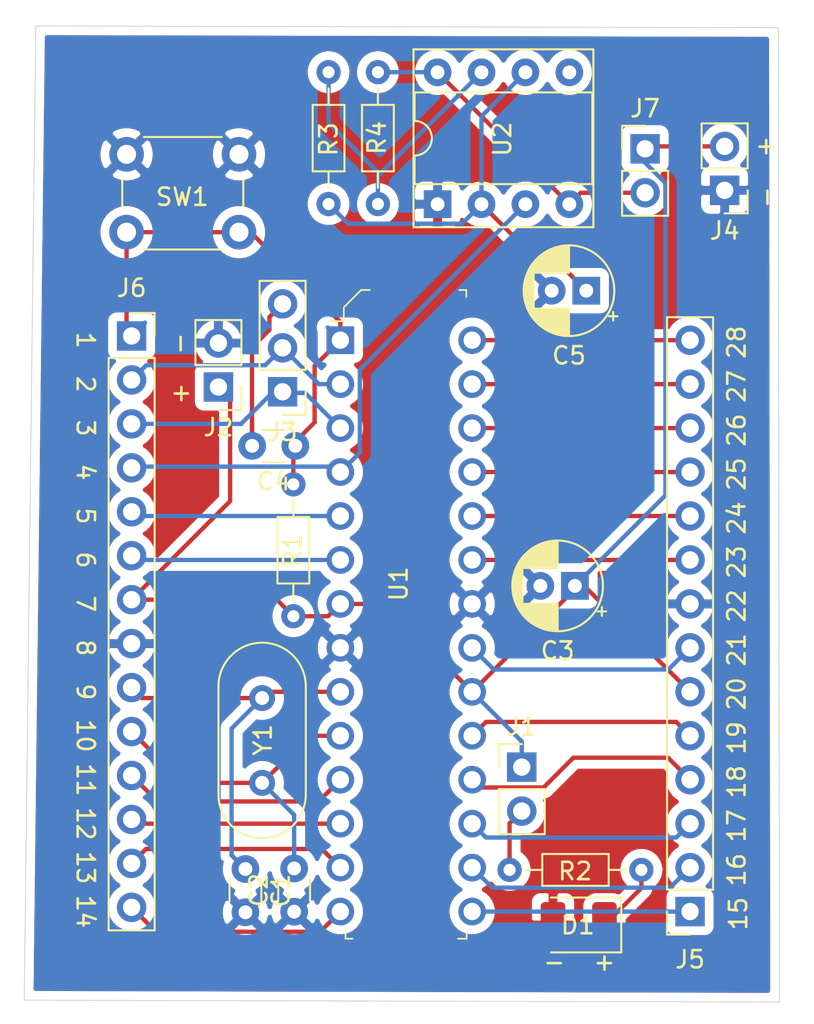
<source format=kicad_pcb>
(kicad_pcb (version 20171130) (host pcbnew "(5.1.6-0-10_14)")
  (layers (0 F.Cu signal) (31 B.Cu signal) (34 B.Paste user) (35 F.Paste user) (36 B.SilkS user) (37 F.SilkS user) (38 B.Mask user) (39 F.Mask user) (44 Edge.Cuts user))
  (net 0 "")
  (net 1 "Net-(J1-Pad2)")
  (net 2 GND)
  (net 3 VCC)
  (net 4 "Net-(C1-Pad1)")
  (net 5 "Net-(C2-Pad2)")
  (net 6 "Net-(D1-Pad1)")
  (net 7 "Net-(C4-Pad2)")
  (net 8 "Net-(C4-Pad1)")
  (net 9 "Net-(J3-Pad2)")
  (net 10 "Net-(J3-Pad1)")
  (net 11 "Net-(J5-Pad14)")
  (net 12 "Net-(J5-Pad13)")
  (net 13 "Net-(J5-Pad11)")
  (net 14 "Net-(J5-Pad10)")
  (net 15 "Net-(J5-Pad7)")
  (net 16 "Net-(J5-Pad5)")
  (net 17 "Net-(J5-Pad4)")
  (net 18 "Net-(J5-Pad3)")
  (net 19 "Net-(J5-Pad2)")
  (net 20 "Net-(J5-Pad1)")
  (net 21 "Net-(J6-Pad14)")
  (net 22 "Net-(J6-Pad13)")
  (net 23 "Net-(J6-Pad12)")
  (net 24 "Net-(J6-Pad11)")
  (net 25 "Net-(J6-Pad6)")
  (net 26 "Net-(J6-Pad5)")
  (net 27 "Net-(J6-Pad4)")
  (net 28 "Net-(J5-Pad9)")
  (net 29 "Net-(J5-Pad12)")
  (net 30 "Net-(C5-Pad1)")
  (net 31 "Net-(R3-Pad1)")
  (net 32 "Net-(J7-Pad2)")
  (module Package_DIP:DIP-8_W7.62mm_Socket (layer F.Cu) (at 150.4 65.8 90)
    (fp_text reference U2 (at 3.76174 3.74396 90) (layer F.SilkS))
    (fp_text value NE555DR)
    (pad 8 thru_hole oval (at 7.62 0 90) (size 1.6 1.6) (drill 0.8) (layers *.Cu *.Mask) (net 32 "Net-(J7-Pad2)"))
    (pad 4 thru_hole oval (at 0 7.62 90) (size 1.6 1.6) (drill 0.8) (layers *.Cu *.Mask) (net 32 "Net-(J7-Pad2)"))
    (pad 7 thru_hole oval (at 7.62 2.54 90) (size 1.6 1.6) (drill 0.8) (layers *.Cu *.Mask) (net 31 "Net-(R3-Pad1)"))
    (pad 3 thru_hole oval (at 0 5.08 90) (size 1.6 1.6) (drill 0.8) (layers *.Cu *.Mask) (net 27 "Net-(J6-Pad4)"))
    (pad 6 thru_hole oval (at 7.62 5.08 90) (size 1.6 1.6) (drill 0.8) (layers *.Cu *.Mask) (net 30 "Net-(C5-Pad1)"))
    (pad 2 thru_hole oval (at 0 2.54 90) (size 1.6 1.6) (drill 0.8) (layers *.Cu *.Mask) (net 30 "Net-(C5-Pad1)"))
    (pad 5 thru_hole oval (at 7.62 7.62 90) (size 1.6 1.6) (drill 0.8) (layers *.Cu *.Mask))
    (pad 1 thru_hole rect (at 0 0 90) (size 1.6 1.6) (drill 0.8) (layers *.Cu *.Mask) (net 2 GND))
  )
  (module Resistor_THT:R_Axial_DIN0204_L3.6mm_D1.6mm_P7.62mm_Horizontal (layer F.Cu) (at 146.9509 58.17216 270)
    (fp_text reference R4 (at 3.78968 0.05588 90) (layer F.SilkS))
    (fp_text value R)
    (pad 2 thru_hole oval (at 7.62 0 270) (size 1.4 1.4) (drill 0.7) (layers *.Cu *.Mask) (net 31 "Net-(R3-Pad1)"))
    (pad 1 thru_hole circle (at 0 0 270) (size 1.4 1.4) (drill 0.7) (layers *.Cu *.Mask) (net 32 "Net-(J7-Pad2)"))
  )
  (module Connector_PinHeader_2.54mm:PinHeader_1x02_P2.54mm_Vertical (layer F.Cu) (at 162.4 62.6)
    (fp_text reference J7 (at 0 -2.33) (layer F.SilkS))
    (fp_text value 22-23-2021)
    (pad 2 thru_hole oval (at 0 2.54) (size 1.7 1.7) (drill 1) (layers *.Cu *.Mask) (net 32 "Net-(J7-Pad2)"))
    (pad 1 thru_hole rect (at 0 0) (size 1.7 1.7) (drill 1) (layers *.Cu *.Mask) (net 3 VCC))
  )
  (module Resistor_THT:R_Axial_DIN0204_L3.6mm_D1.6mm_P7.62mm_Horizontal (layer F.Cu) (at 144.09848 58.17216 270)
    (fp_text reference R3 (at 3.8735 0.00254 90) (layer F.SilkS))
    (fp_text value R)
    (pad 2 thru_hole oval (at 7.62 0 270) (size 1.4 1.4) (drill 0.7) (layers *.Cu *.Mask) (net 30 "Net-(C5-Pad1)"))
    (pad 1 thru_hole circle (at 0 0 270) (size 1.4 1.4) (drill 0.7) (layers *.Cu *.Mask) (net 31 "Net-(R3-Pad1)"))
  )
  (module Capacitor_THT:CP_Radial_D5.0mm_P2.00mm (layer F.Cu) (at 159 70.8 180)
    (fp_text reference C5 (at 1 -3.75) (layer F.SilkS))
    (fp_text value CP)
    (pad 2 thru_hole circle (at 2 0 180) (size 1.6 1.6) (drill 0.8) (layers *.Cu *.Mask) (net 2 GND))
    (pad 1 thru_hole rect (at 0 0 180) (size 1.6 1.6) (drill 0.8) (layers *.Cu *.Mask) (net 30 "Net-(C5-Pad1)"))
  )
  (module Connector_PinSocket_2.54mm:PinSocket_1x14_P2.54mm_Vertical (layer F.Cu) (at 165 106.68 180)
    (fp_text reference J5 (at 0 -2.77) (layer F.SilkS))
    (fp_text value Conn_01x14_Male)
    (pad 14 thru_hole oval (at 0 33.02 180) (size 1.7 1.7) (drill 1) (layers *.Cu *.Mask) (net 11 "Net-(J5-Pad14)"))
    (pad 13 thru_hole oval (at 0 30.48 180) (size 1.7 1.7) (drill 1) (layers *.Cu *.Mask) (net 12 "Net-(J5-Pad13)"))
    (pad 12 thru_hole oval (at 0 27.94 180) (size 1.7 1.7) (drill 1) (layers *.Cu *.Mask) (net 29 "Net-(J5-Pad12)"))
    (pad 11 thru_hole oval (at 0 25.4 180) (size 1.7 1.7) (drill 1) (layers *.Cu *.Mask) (net 13 "Net-(J5-Pad11)"))
    (pad 10 thru_hole oval (at 0 22.86 180) (size 1.7 1.7) (drill 1) (layers *.Cu *.Mask) (net 14 "Net-(J5-Pad10)"))
    (pad 9 thru_hole oval (at 0 20.32 180) (size 1.7 1.7) (drill 1) (layers *.Cu *.Mask) (net 28 "Net-(J5-Pad9)"))
    (pad 8 thru_hole oval (at 0 17.78 180) (size 1.7 1.7) (drill 1) (layers *.Cu *.Mask) (net 2 GND))
    (pad 7 thru_hole oval (at 0 15.24 180) (size 1.7 1.7) (drill 1) (layers *.Cu *.Mask) (net 15 "Net-(J5-Pad7)"))
    (pad 6 thru_hole oval (at 0 12.7 180) (size 1.7 1.7) (drill 1) (layers *.Cu *.Mask) (net 3 VCC))
    (pad 5 thru_hole oval (at 0 10.16 180) (size 1.7 1.7) (drill 1) (layers *.Cu *.Mask) (net 16 "Net-(J5-Pad5)"))
    (pad 4 thru_hole oval (at 0 7.62 180) (size 1.7 1.7) (drill 1) (layers *.Cu *.Mask) (net 17 "Net-(J5-Pad4)"))
    (pad 3 thru_hole oval (at 0 5.08 180) (size 1.7 1.7) (drill 1) (layers *.Cu *.Mask) (net 18 "Net-(J5-Pad3)"))
    (pad 2 thru_hole oval (at 0 2.54 180) (size 1.7 1.7) (drill 1) (layers *.Cu *.Mask) (net 19 "Net-(J5-Pad2)"))
    (pad 1 thru_hole rect (at 0 0 180) (size 1.7 1.7) (drill 1) (layers *.Cu *.Mask) (net 20 "Net-(J5-Pad1)"))
  )
  (module Connector_PinSocket_2.54mm:PinSocket_1x14_P2.54mm_Vertical (layer F.Cu) (at 132.70992 73.41616)
    (fp_text reference J6 (at 0 -2.77) (layer F.SilkS))
    (fp_text value Conn_01x14_Male)
    (pad 14 thru_hole oval (at 0 33.02) (size 1.7 1.7) (drill 1) (layers *.Cu *.Mask) (net 21 "Net-(J6-Pad14)"))
    (pad 13 thru_hole oval (at 0 30.48) (size 1.7 1.7) (drill 1) (layers *.Cu *.Mask) (net 22 "Net-(J6-Pad13)"))
    (pad 12 thru_hole oval (at 0 27.94) (size 1.7 1.7) (drill 1) (layers *.Cu *.Mask) (net 23 "Net-(J6-Pad12)"))
    (pad 11 thru_hole oval (at 0 25.4) (size 1.7 1.7) (drill 1) (layers *.Cu *.Mask) (net 24 "Net-(J6-Pad11)"))
    (pad 10 thru_hole oval (at 0 22.86) (size 1.7 1.7) (drill 1) (layers *.Cu *.Mask) (net 5 "Net-(C2-Pad2)"))
    (pad 9 thru_hole oval (at 0 20.32) (size 1.7 1.7) (drill 1) (layers *.Cu *.Mask) (net 4 "Net-(C1-Pad1)"))
    (pad 8 thru_hole oval (at 0 17.78) (size 1.7 1.7) (drill 1) (layers *.Cu *.Mask) (net 2 GND))
    (pad 7 thru_hole oval (at 0 15.24) (size 1.7 1.7) (drill 1) (layers *.Cu *.Mask) (net 3 VCC))
    (pad 6 thru_hole oval (at 0 12.7) (size 1.7 1.7) (drill 1) (layers *.Cu *.Mask) (net 25 "Net-(J6-Pad6)"))
    (pad 5 thru_hole oval (at 0 10.16) (size 1.7 1.7) (drill 1) (layers *.Cu *.Mask) (net 26 "Net-(J6-Pad5)"))
    (pad 4 thru_hole oval (at 0 7.62) (size 1.7 1.7) (drill 1) (layers *.Cu *.Mask) (net 27 "Net-(J6-Pad4)"))
    (pad 3 thru_hole oval (at 0 5.08) (size 1.7 1.7) (drill 1) (layers *.Cu *.Mask) (net 10 "Net-(J3-Pad1)"))
    (pad 2 thru_hole oval (at 0 2.54) (size 1.7 1.7) (drill 1) (layers *.Cu *.Mask) (net 9 "Net-(J3-Pad2)"))
    (pad 1 thru_hole rect (at 0 0) (size 1.7 1.7) (drill 1) (layers *.Cu *.Mask) (net 8 "Net-(C4-Pad1)"))
  )
  (module Connector_PinHeader_2.54mm:PinHeader_1x03_P2.54mm_Vertical (layer F.Cu) (at 141.4399 76.64196 180)
    (fp_text reference J3 (at 0 -2.33) (layer F.SilkS))
    (fp_text value 640456-3)
    (pad 3 thru_hole oval (at 0 5.08 180) (size 1.7 1.7) (drill 1) (layers *.Cu *.Mask) (net 7 "Net-(C4-Pad2)"))
    (pad 2 thru_hole oval (at 0 2.54 180) (size 1.7 1.7) (drill 1) (layers *.Cu *.Mask) (net 9 "Net-(J3-Pad2)"))
    (pad 1 thru_hole rect (at 0 0 180) (size 1.7 1.7) (drill 1) (layers *.Cu *.Mask) (net 10 "Net-(J3-Pad1)"))
  )
  (module Connector_PinHeader_2.54mm:PinHeader_1x02_P2.54mm_Vertical (layer F.Cu) (at 167 65 180)
    (fp_text reference J4 (at 0 -2.33) (layer F.SilkS))
    (fp_text value 22-23-2021)
    (pad 2 thru_hole oval (at 0 2.54 180) (size 1.7 1.7) (drill 1) (layers *.Cu *.Mask) (net 3 VCC))
    (pad 1 thru_hole rect (at 0 0 180) (size 1.7 1.7) (drill 1) (layers *.Cu *.Mask) (net 2 GND))
  )
  (module Connector_PinHeader_2.54mm:PinHeader_1x02_P2.54mm_Vertical (layer F.Cu) (at 137.72896 76.3651 180)
    (fp_text reference J2 (at 0 -2.33) (layer F.SilkS))
    (fp_text value 22-23-2021)
    (pad 2 thru_hole oval (at 0 2.54 180) (size 1.7 1.7) (drill 1) (layers *.Cu *.Mask) (net 2 GND))
    (pad 1 thru_hole rect (at 0 0 180) (size 1.7 1.7) (drill 1) (layers *.Cu *.Mask) (net 3 VCC))
  )
  (module Connector_PinHeader_2.54mm:PinHeader_1x02_P2.54mm_Vertical (layer F.Cu) (at 155.26766 98.33356)
    (fp_text reference J1 (at 0 -2.33) (layer F.SilkS))
    (fp_text value 22-23-2021)
    (pad 2 thru_hole oval (at 0 2.54) (size 1.7 1.7) (drill 1) (layers *.Cu *.Mask) (net 1 "Net-(J1-Pad2)"))
    (pad 1 thru_hole rect (at 0 0) (size 1.7 1.7) (drill 1) (layers *.Cu *.Mask) (net 3 VCC))
  )
  (module digikey-footprints:DIP-28_W7.62mm (layer F.Cu) (at 144.78 73.66)
    (fp_text reference U1 (at 3.37312 14.08176 90) (layer F.SilkS))
    (fp_text value ATMEGA328-PU)
    (pad 28 thru_hole circle (at 7.62 0) (size 1.6 1.6) (drill 1) (layers *.Cu *.Mask) (net 11 "Net-(J5-Pad14)"))
    (pad 27 thru_hole circle (at 7.62 2.54) (size 1.6 1.6) (drill 1) (layers *.Cu *.Mask) (net 12 "Net-(J5-Pad13)"))
    (pad 26 thru_hole circle (at 7.62 5.08) (size 1.6 1.6) (drill 1) (layers *.Cu *.Mask) (net 29 "Net-(J5-Pad12)"))
    (pad 25 thru_hole circle (at 7.62 7.62) (size 1.6 1.6) (drill 1) (layers *.Cu *.Mask) (net 13 "Net-(J5-Pad11)"))
    (pad 24 thru_hole circle (at 7.62 10.16) (size 1.6 1.6) (drill 1) (layers *.Cu *.Mask) (net 14 "Net-(J5-Pad10)"))
    (pad 23 thru_hole circle (at 7.62 12.7) (size 1.6 1.6) (drill 1) (layers *.Cu *.Mask) (net 28 "Net-(J5-Pad9)"))
    (pad 22 thru_hole circle (at 7.62 15.24) (size 1.6 1.6) (drill 1) (layers *.Cu *.Mask) (net 2 GND))
    (pad 21 thru_hole circle (at 7.62 17.78) (size 1.6 1.6) (drill 1) (layers *.Cu *.Mask) (net 15 "Net-(J5-Pad7)"))
    (pad 20 thru_hole circle (at 7.62 20.32) (size 1.6 1.6) (drill 1) (layers *.Cu *.Mask) (net 3 VCC))
    (pad 19 thru_hole circle (at 7.62 22.86) (size 1.6 1.6) (drill 1) (layers *.Cu *.Mask) (net 16 "Net-(J5-Pad5)"))
    (pad 18 thru_hole circle (at 7.62 25.4) (size 1.6 1.6) (drill 1) (layers *.Cu *.Mask) (net 17 "Net-(J5-Pad4)"))
    (pad 17 thru_hole circle (at 7.62 27.94) (size 1.6 1.6) (drill 1) (layers *.Cu *.Mask) (net 18 "Net-(J5-Pad3)"))
    (pad 16 thru_hole circle (at 7.62 30.48) (size 1.6 1.6) (drill 1) (layers *.Cu *.Mask) (net 19 "Net-(J5-Pad2)"))
    (pad 15 thru_hole circle (at 7.62 33.02) (size 1.6 1.6) (drill 1) (layers *.Cu *.Mask) (net 20 "Net-(J5-Pad1)"))
    (pad 14 thru_hole circle (at 0 33.02) (size 1.6 1.6) (drill 1) (layers *.Cu *.Mask) (net 21 "Net-(J6-Pad14)"))
    (pad 13 thru_hole circle (at 0 30.48) (size 1.6 1.6) (drill 1) (layers *.Cu *.Mask) (net 22 "Net-(J6-Pad13)"))
    (pad 12 thru_hole circle (at 0 27.94) (size 1.6 1.6) (drill 1) (layers *.Cu *.Mask) (net 23 "Net-(J6-Pad12)"))
    (pad 11 thru_hole circle (at 0 25.4) (size 1.6 1.6) (drill 1) (layers *.Cu *.Mask) (net 24 "Net-(J6-Pad11)"))
    (pad 10 thru_hole circle (at 0 22.86) (size 1.6 1.6) (drill 1) (layers *.Cu *.Mask) (net 5 "Net-(C2-Pad2)"))
    (pad 9 thru_hole circle (at 0 20.32) (size 1.6 1.6) (drill 1) (layers *.Cu *.Mask) (net 4 "Net-(C1-Pad1)"))
    (pad 8 thru_hole circle (at 0 17.78) (size 1.6 1.6) (drill 1) (layers *.Cu *.Mask) (net 2 GND))
    (pad 7 thru_hole circle (at 0 15.24) (size 1.6 1.6) (drill 1) (layers *.Cu *.Mask) (net 3 VCC))
    (pad 6 thru_hole circle (at 0 12.7) (size 1.6 1.6) (drill 1) (layers *.Cu *.Mask) (net 25 "Net-(J6-Pad6)"))
    (pad 5 thru_hole circle (at 0 10.16) (size 1.6 1.6) (drill 1) (layers *.Cu *.Mask) (net 26 "Net-(J6-Pad5)"))
    (pad 4 thru_hole circle (at 0 7.62) (size 1.6 1.6) (drill 1) (layers *.Cu *.Mask) (net 27 "Net-(J6-Pad4)"))
    (pad 3 thru_hole circle (at 0 5.08) (size 1.6 1.6) (drill 1) (layers *.Cu *.Mask) (net 10 "Net-(J3-Pad1)"))
    (pad 2 thru_hole circle (at 0 2.54) (size 1.6 1.6) (drill 1) (layers *.Cu *.Mask) (net 9 "Net-(J3-Pad2)"))
    (pad 1 thru_hole rect (at 0 0) (size 1.6 1.6) (drill 1) (layers *.Cu *.Mask) (net 8 "Net-(C4-Pad1)"))
  )
  (module Button_Switch_THT:SW_PUSH_6mm_H7.3mm (layer F.Cu) (at 132.41782 62.91834)
    (fp_text reference SW1 (at 3.21818 2.4638) (layer F.SilkS))
    (fp_text value SW_Push)
    (pad 1 thru_hole circle (at 6.5 0 90) (size 2 2) (drill 1.1) (layers *.Cu *.Mask) (net 2 GND))
    (pad 2 thru_hole circle (at 6.5 4.5 90) (size 2 2) (drill 1.1) (layers *.Cu *.Mask) (net 8 "Net-(C4-Pad1)"))
    (pad 1 thru_hole circle (at 0 0 90) (size 2 2) (drill 1.1) (layers *.Cu *.Mask) (net 2 GND))
    (pad 2 thru_hole circle (at 0 4.5 90) (size 2 2) (drill 1.1) (layers *.Cu *.Mask) (net 8 "Net-(C4-Pad1)"))
  )
  (module Capacitor_THT:C_Disc_D3.0mm_W1.6mm_P2.50mm (layer F.Cu) (at 142.17904 79.76616 180)
    (fp_text reference C4 (at 1.25 -2.05) (layer F.SilkS))
    (fp_text value C)
    (pad 2 thru_hole circle (at 2.5 0 180) (size 1.6 1.6) (drill 0.8) (layers *.Cu *.Mask) (net 7 "Net-(C4-Pad2)"))
    (pad 1 thru_hole circle (at 0 0 180) (size 1.6 1.6) (drill 0.8) (layers *.Cu *.Mask) (net 8 "Net-(C4-Pad1)"))
  )
  (module Resistor_THT:R_Axial_DIN0204_L3.6mm_D1.6mm_P7.62mm_Horizontal (layer F.Cu) (at 154.56408 104.27208)
    (fp_text reference R2 (at 3.78968 0.0762) (layer F.SilkS))
    (fp_text value R)
    (pad 2 thru_hole oval (at 7.62 0) (size 1.4 1.4) (drill 0.7) (layers *.Cu *.Mask) (net 6 "Net-(D1-Pad1)"))
    (pad 1 thru_hole circle (at 0 0) (size 1.4 1.4) (drill 0.7) (layers *.Cu *.Mask) (net 1 "Net-(J1-Pad2)"))
  )
  (module LED_SMD:LED_1210_3225Metric_Pad1.42x2.65mm_HandSolder (layer F.Cu) (at 158.56298 107.4547 180)
    (fp_text reference D1 (at 0.05334 -0.02286) (layer F.SilkS))
    (fp_text value LED)
    (pad 2 smd roundrect (at 1.4875 0 180) (size 1.425 2.65) (layers F.Cu F.Paste F.Mask) (roundrect_rratio 0.175439) (net 2 GND))
    (pad 1 smd roundrect (at -1.4875 0 180) (size 1.425 2.65) (layers F.Cu F.Paste F.Mask) (roundrect_rratio 0.175439) (net 6 "Net-(D1-Pad1)"))
  )
  (module Crystal:Crystal_HC18-U_Vertical (layer F.Cu) (at 140.25626 94.34068 270)
    (fp_text reference Y1 (at 2.41808 -0.04064 90) (layer F.SilkS))
    (fp_text value Crystal)
    (pad 2 thru_hole circle (at 4.9 0 270) (size 1.5 1.5) (drill 0.8) (layers *.Cu *.Mask) (net 5 "Net-(C2-Pad2)"))
    (pad 1 thru_hole circle (at 0 0 270) (size 1.5 1.5) (drill 0.8) (layers *.Cu *.Mask) (net 4 "Net-(C1-Pad1)"))
  )
  (module Resistor_THT:R_Axial_DIN0204_L3.6mm_D1.6mm_P7.62mm_Horizontal (layer F.Cu) (at 142.0622 89.6112 90)
    (fp_text reference R1 (at 3.7973 -0.04826 90) (layer F.SilkS))
    (fp_text value R)
    (pad 2 thru_hole oval (at 7.62 0 90) (size 1.4 1.4) (drill 0.7) (layers *.Cu *.Mask) (net 8 "Net-(C4-Pad1)"))
    (pad 1 thru_hole circle (at 0 0 90) (size 1.4 1.4) (drill 0.7) (layers *.Cu *.Mask) (net 3 VCC))
  )
  (module Capacitor_THT:CP_Radial_D5.0mm_P2.00mm (layer F.Cu) (at 158.3436 87.8586 180)
    (fp_text reference C3 (at 1 -3.75) (layer F.SilkS))
    (fp_text value CP)
    (pad 2 thru_hole circle (at 2 0 180) (size 1.6 1.6) (drill 0.8) (layers *.Cu *.Mask) (net 2 GND))
    (pad 1 thru_hole rect (at 0 0 180) (size 1.6 1.6) (drill 0.8) (layers *.Cu *.Mask) (net 3 VCC))
  )
  (module Capacitor_THT:C_Disc_D3.0mm_W1.6mm_P2.50mm (layer F.Cu) (at 142.10792 106.68762 90)
    (fp_text reference C2 (at 1.25 -2.05 90) (layer F.SilkS))
    (fp_text value C)
    (pad 2 thru_hole circle (at 2.5 0 90) (size 1.6 1.6) (drill 0.8) (layers *.Cu *.Mask) (net 5 "Net-(C2-Pad2)"))
    (pad 1 thru_hole circle (at 0 0 90) (size 1.6 1.6) (drill 0.8) (layers *.Cu *.Mask) (net 2 GND))
  )
  (module Capacitor_THT:C_Disc_D3.0mm_W1.6mm_P2.50mm (layer F.Cu) (at 139.29106 104.22128 270)
    (fp_text reference C1 (at 1.25 -2.05 90) (layer F.SilkS))
    (fp_text value C)
    (pad 2 thru_hole circle (at 2.5 0 270) (size 1.6 1.6) (drill 0.8) (layers *.Cu *.Mask) (net 2 GND))
    (pad 1 thru_hole circle (at 0 0 270) (size 1.6 1.6) (drill 0.8) (layers *.Cu *.Mask) (net 4 "Net-(C1-Pad1)"))
  )
  (gr_line (start 126.50216 111.80064) (end 127.17018 55.5) (layer Edge.Cuts) (width 0.05))
  (gr_line (start 170.16476 111.90986) (end 126.50216 111.80064) (layer Edge.Cuts) (width 0.05))
  (gr_line (start 170.1 55.6) (end 170.16476 111.90986) (layer Edge.Cuts) (width 0.05))
  (gr_line (start 127.17018 55.5) (end 170.1 55.6) (layer Edge.Cuts) (width 0.05))
  (gr_text - (at 157.14472 109.58576) (layer F.SilkS) (effects (font (size 1 1))))
  (gr_text + (at 160.05048 109.58576) (layer F.SilkS) (effects (font (size 1 1))))
  (gr_text - (at 135.4709 73.85304 90) (layer F.SilkS) (effects (font (size 1 1))))
  (gr_text + (at 135.5852 76.66736) (layer F.SilkS) (effects (font (size 1 1))))
  (gr_text 13 (at 130.048 104.14 270) (layer F.SilkS) (effects (font (size 1 1))))
  (gr_text 12 (at 130.048 101.6 270) (layer F.SilkS) (effects (font (size 1 1))))
  (gr_text 11 (at 130.048 99.06 270) (layer F.SilkS) (effects (font (size 1 1))))
  (gr_text 10 (at 130.048 96.52 270) (layer F.SilkS) (effects (font (size 1 1))))
  (gr_text 9 (at 130.048 93.98 270) (layer F.SilkS) (effects (font (size 1 1))))
  (gr_text 8 (at 130.048 91.44 270) (layer F.SilkS) (effects (font (size 1 1))))
  (gr_text 7 (at 130.048 88.9 270) (layer F.SilkS) (effects (font (size 1 1))))
  (gr_text 6 (at 130.048 86.36 270) (layer F.SilkS) (effects (font (size 1 1))))
  (gr_text 5 (at 130.048 83.82 270) (layer F.SilkS) (effects (font (size 1 1))))
  (gr_text 4 (at 130.048 81.28 270) (layer F.SilkS) (effects (font (size 1 1))))
  (gr_text 3 (at 130.048 78.74 270) (layer F.SilkS) (effects (font (size 1 1))))
  (gr_text 2 (at 130.048 76.2 270) (layer F.SilkS) (effects (font (size 1 1))))
  (gr_text 1 (at 130.048 73.66 270) (layer F.SilkS) (effects (font (size 1 1))))
  (gr_text 28 (at 167.69334 73.77938 90) (layer F.SilkS) (effects (font (size 1 1))))
  (gr_text 27 (at 167.69334 76.31938 90) (layer F.SilkS) (effects (font (size 1 1))))
  (gr_text 26 (at 167.69334 78.85938 90) (layer F.SilkS) (effects (font (size 1 1))))
  (gr_text 25 (at 167.69334 81.39938 90) (layer F.SilkS) (effects (font (size 1 1))))
  (gr_text 24 (at 167.69334 83.93938 90) (layer F.SilkS) (effects (font (size 1 1))))
  (gr_text 23 (at 167.69334 86.47938 90) (layer F.SilkS) (effects (font (size 1 1))))
  (gr_text 22 (at 167.69334 89.01938 90) (layer F.SilkS) (effects (font (size 1 1))))
  (gr_text 21 (at 167.69334 91.55938 90) (layer F.SilkS) (effects (font (size 1 1))))
  (gr_text 20 (at 167.69334 94.09938 90) (layer F.SilkS) (effects (font (size 1 1))))
  (gr_text 19 (at 167.69334 96.63938 90) (layer F.SilkS) (effects (font (size 1 1))))
  (gr_text 18 (at 167.69334 99.17938 90) (layer F.SilkS) (effects (font (size 1 1))))
  (gr_text 17 (at 167.69334 101.71938 90) (layer F.SilkS) (effects (font (size 1 1))))
  (gr_text 16 (at 167.69334 104.25938 90) (layer F.SilkS) (effects (font (size 1 1))))
  (gr_text 15 (at 167.78986 106.79938 90) (layer F.SilkS) (effects (font (size 1 1))))
  (gr_text 14 (at 130.048 106.68 270) (layer F.SilkS) (effects (font (size 1 1))))
  (gr_text - (at 169.4 65.4 90) (layer F.SilkS) (effects (font (size 1 1))))
  (gr_text + (at 169.4 62.4) (layer F.SilkS) (effects (font (size 1 1))))
  (segment (start 154.56408 101.57714) (end 155.26766 100.87356) (width 0.25) (layer F.Cu) (net 1))
  (segment (start 154.56408 104.27208) (end 154.56408 101.57714) (width 0.25) (layer F.Cu) (net 1))
  (segment (start 144.78 88.9) (end 149.86 88.9) (width 0.25) (layer F.Cu) (net 3))
  (segment (start 149.86 91.44) (end 149.86 88.9) (width 0.25) (layer F.Cu) (net 3))
  (segment (start 152.4 93.98) (end 149.86 91.44) (width 0.25) (layer F.Cu) (net 3))
  (segment (start 152.79624 93.58376) (end 152.4 93.98) (width 0.25) (layer F.Cu) (net 3))
  (segment (start 138.4046 82.96148) (end 132.70992 88.65616) (width 0.25) (layer F.Cu) (net 3))
  (segment (start 141.10716 88.65616) (end 142.0622 89.6112) (width 0.25) (layer F.Cu) (net 3))
  (segment (start 132.70992 88.65616) (end 141.10716 88.65616) (width 0.25) (layer F.Cu) (net 3))
  (segment (start 144.0688 89.6112) (end 144.78 88.9) (width 0.25) (layer F.Cu) (net 3))
  (segment (start 142.0622 89.6112) (end 144.0688 89.6112) (width 0.25) (layer F.Cu) (net 3))
  (segment (start 158.3436 88.0364) (end 152.4 93.98) (width 0.25) (layer F.Cu) (net 3))
  (segment (start 158.3436 87.8586) (end 158.3436 88.0364) (width 0.25) (layer F.Cu) (net 3))
  (segment (start 158.3436 87.8586) (end 158.3436 88.39708) (width 0.25) (layer F.Cu) (net 3))
  (segment (start 155.26766 96.84766) (end 155.26766 98.33356) (width 0.25) (layer B.Cu) (net 3))
  (segment (start 152.4 93.98) (end 155.26766 96.84766) (width 0.25) (layer B.Cu) (net 3))
  (segment (start 162.46856 83.73364) (end 158.3436 87.8586) (width 0.25) (layer B.Cu) (net 3))
  (segment (start 138.4046 77.04074) (end 137.72896 76.3651) (width 0.25) (layer F.Cu) (net 3))
  (segment (start 138.4046 82.96148) (end 138.4046 77.04074) (width 0.25) (layer F.Cu) (net 3))
  (segment (start 158.8786 87.8586) (end 165 93.98) (width 0.25) (layer F.Cu) (net 3))
  (segment (start 158.3436 87.8586) (end 158.8786 87.8586) (width 0.25) (layer F.Cu) (net 3))
  (segment (start 162.54 62.46) (end 162.4 62.6) (width 0.25) (layer F.Cu) (net 3))
  (segment (start 167 62.46) (end 162.54 62.46) (width 0.25) (layer F.Cu) (net 3))
  (segment (start 163.575001 82.627199) (end 162.46856 83.73364) (width 0.25) (layer B.Cu) (net 3))
  (segment (start 163.575001 64.575999) (end 163.575001 82.627199) (width 0.25) (layer B.Cu) (net 3))
  (segment (start 162.4 63.400998) (end 163.575001 64.575999) (width 0.25) (layer B.Cu) (net 3))
  (segment (start 162.4 62.6) (end 162.4 63.400998) (width 0.25) (layer B.Cu) (net 3))
  (segment (start 140.61694 93.98) (end 140.25626 94.34068) (width 0.25) (layer F.Cu) (net 4))
  (segment (start 144.78 93.98) (end 140.61694 93.98) (width 0.25) (layer F.Cu) (net 4))
  (segment (start 139.181259 104.111479) (end 139.29106 104.22128) (width 0.25) (layer F.Cu) (net 4))
  (segment (start 133.31444 94.34068) (end 132.70992 93.73616) (width 0.25) (layer F.Cu) (net 4))
  (segment (start 140.25626 94.34068) (end 133.31444 94.34068) (width 0.25) (layer F.Cu) (net 4))
  (segment (start 138.491061 96.105879) (end 140.25626 94.34068) (width 0.25) (layer B.Cu) (net 4))
  (segment (start 138.491061 103.421281) (end 138.491061 96.105879) (width 0.25) (layer B.Cu) (net 4))
  (segment (start 139.29106 104.22128) (end 138.491061 103.421281) (width 0.25) (layer B.Cu) (net 4))
  (segment (start 142.97694 96.52) (end 140.25626 99.24068) (width 0.25) (layer F.Cu) (net 5))
  (segment (start 144.78 96.52) (end 142.97694 96.52) (width 0.25) (layer F.Cu) (net 5))
  (segment (start 135.67444 99.24068) (end 132.70992 96.27616) (width 0.25) (layer F.Cu) (net 5))
  (segment (start 140.25626 99.24068) (end 135.67444 99.24068) (width 0.25) (layer F.Cu) (net 5))
  (segment (start 142.10792 101.09234) (end 140.25626 99.24068) (width 0.25) (layer B.Cu) (net 5))
  (segment (start 142.10792 104.18762) (end 142.10792 101.09234) (width 0.25) (layer B.Cu) (net 5))
  (segment (start 162.18408 105.3211) (end 160.05048 107.4547) (width 0.25) (layer F.Cu) (net 6))
  (segment (start 162.18408 104.27208) (end 162.18408 105.3211) (width 0.25) (layer F.Cu) (net 6))
  (segment (start 140.67917 72.32269) (end 141.4399 71.56196) (width 0.25) (layer F.Cu) (net 7))
  (segment (start 140.67917 73.06183) (end 140.67917 72.32269) (width 0.25) (layer F.Cu) (net 7))
  (segment (start 139.67142 74.06958) (end 140.67917 73.06183) (width 0.25) (layer F.Cu) (net 7))
  (segment (start 139.67142 79.75854) (end 139.67904 79.76616) (width 0.25) (layer F.Cu) (net 7))
  (segment (start 139.67142 79.52994) (end 139.67142 78.40154) (width 0.25) (layer F.Cu) (net 7))
  (segment (start 139.67142 78.40154) (end 139.67142 79.75854) (width 0.25) (layer F.Cu) (net 7))
  (segment (start 139.67142 78.40154) (end 139.67142 74.06958) (width 0.25) (layer F.Cu) (net 7))
  (segment (start 142.0622 79.63916) (end 142.17142 79.52994) (width 0.25) (layer F.Cu) (net 8))
  (segment (start 142.0622 81.9912) (end 142.0622 79.63916) (width 0.25) (layer F.Cu) (net 8))
  (segment (start 143.290541 75.149459) (end 144.78 73.66) (width 0.25) (layer F.Cu) (net 8))
  (segment (start 143.290541 78.410819) (end 143.290541 75.149459) (width 0.25) (layer F.Cu) (net 8))
  (segment (start 142.17142 79.52994) (end 143.290541 78.410819) (width 0.25) (layer F.Cu) (net 8))
  (segment (start 144.110459 72.990459) (end 144.78 73.66) (width 0.25) (layer B.Cu) (net 8))
  (segment (start 132.70992 73.41616) (end 133.482529 72.643551) (width 0.25) (layer B.Cu) (net 8))
  (segment (start 133.475981 72.650099) (end 132.70992 73.41616) (width 0.25) (layer B.Cu) (net 8))
  (segment (start 144.78 73.66) (end 144.046959 72.926959) (width 0.25) (layer B.Cu) (net 8))
  (segment (start 139.58834 67.41834) (end 138.91782 67.41834) (width 0.25) (layer F.Cu) (net 8))
  (segment (start 144.78 72.61) (end 139.58834 67.41834) (width 0.25) (layer F.Cu) (net 8))
  (segment (start 144.78 73.66) (end 144.78 72.61) (width 0.25) (layer F.Cu) (net 8))
  (segment (start 138.91782 67.41834) (end 132.41782 67.41834) (width 0.25) (layer F.Cu) (net 8))
  (segment (start 132.41782 73.12406) (end 132.70992 73.41616) (width 0.25) (layer F.Cu) (net 8))
  (segment (start 132.41782 67.41834) (end 132.41782 73.12406) (width 0.25) (layer F.Cu) (net 8))
  (segment (start 141.5034 74.16546) (end 141.4399 74.10196) (width 0.25) (layer B.Cu) (net 9))
  (segment (start 143.53794 76.2) (end 141.4399 74.10196) (width 0.25) (layer B.Cu) (net 9))
  (segment (start 144.78 76.2) (end 143.53794 76.2) (width 0.25) (layer B.Cu) (net 9))
  (segment (start 140.435699 75.106161) (end 141.4399 74.10196) (width 0.25) (layer B.Cu) (net 9))
  (segment (start 133.559919 75.106161) (end 140.435699 75.106161) (width 0.25) (layer B.Cu) (net 9))
  (segment (start 132.70992 75.95616) (end 133.559919 75.106161) (width 0.25) (layer B.Cu) (net 9))
  (segment (start 140.830898 76.70546) (end 142.11554 76.70546) (width 0.25) (layer B.Cu) (net 10))
  (segment (start 139.040198 78.49616) (end 140.830898 76.70546) (width 0.25) (layer B.Cu) (net 10))
  (segment (start 132.70992 78.49616) (end 139.040198 78.49616) (width 0.25) (layer B.Cu) (net 10))
  (segment (start 142.74546 76.70546) (end 144.78 78.74) (width 0.25) (layer B.Cu) (net 10))
  (segment (start 142.11554 76.70546) (end 142.74546 76.70546) (width 0.25) (layer B.Cu) (net 10))
  (segment (start 141.5034 76.70546) (end 141.4399 76.64196) (width 0.25) (layer B.Cu) (net 10))
  (segment (start 142.74546 76.70546) (end 141.5034 76.70546) (width 0.25) (layer B.Cu) (net 10))
  (segment (start 152.4 73.66) (end 165 73.66) (width 0.25) (layer F.Cu) (net 11))
  (segment (start 165 76.2) (end 152.4 76.2) (width 0.25) (layer F.Cu) (net 12))
  (segment (start 152.4 81.28) (end 165 81.28) (width 0.25) (layer F.Cu) (net 13))
  (segment (start 165 83.82) (end 152.4 83.82) (width 0.25) (layer F.Cu) (net 14))
  (segment (start 163.748799 92.691201) (end 165 91.44) (width 0.25) (layer B.Cu) (net 15))
  (segment (start 153.651201 92.691201) (end 163.748799 92.691201) (width 0.25) (layer B.Cu) (net 15))
  (segment (start 152.4 91.44) (end 153.651201 92.691201) (width 0.25) (layer B.Cu) (net 15))
  (segment (start 164.200001 95.720001) (end 165 96.52) (width 0.25) (layer F.Cu) (net 16))
  (segment (start 153.199999 95.720001) (end 164.200001 95.720001) (width 0.25) (layer F.Cu) (net 16))
  (segment (start 152.4 96.52) (end 153.199999 95.720001) (width 0.25) (layer F.Cu) (net 16))
  (segment (start 158.25346 97.78845) (end 163.72845 97.78845) (width 0.25) (layer F.Cu) (net 17))
  (segment (start 156.533349 99.508561) (end 158.25346 97.78845) (width 0.25) (layer F.Cu) (net 17))
  (segment (start 152.848561 99.508561) (end 156.533349 99.508561) (width 0.25) (layer F.Cu) (net 17))
  (segment (start 163.72845 97.78845) (end 165 99.06) (width 0.25) (layer F.Cu) (net 17))
  (segment (start 152.4 99.06) (end 152.848561 99.508561) (width 0.25) (layer F.Cu) (net 17))
  (segment (start 164.200001 102.399999) (end 165 101.6) (width 0.25) (layer B.Cu) (net 18))
  (segment (start 153.199999 102.399999) (end 164.200001 102.399999) (width 0.25) (layer B.Cu) (net 18))
  (segment (start 152.4 101.6) (end 153.199999 102.399999) (width 0.25) (layer B.Cu) (net 18))
  (segment (start 152.4 104.14) (end 152.914998 104.14) (width 0.25) (layer F.Cu) (net 19))
  (segment (start 153.557081 105.297081) (end 152.4 104.14) (width 0.25) (layer B.Cu) (net 19))
  (segment (start 163.842919 105.297081) (end 153.557081 105.297081) (width 0.25) (layer B.Cu) (net 19))
  (segment (start 165 104.14) (end 163.842919 105.297081) (width 0.25) (layer B.Cu) (net 19))
  (segment (start 165 106.68) (end 152.4 106.68) (width 0.25) (layer B.Cu) (net 20))
  (segment (start 143.613719 107.846281) (end 134.120041 107.846281) (width 0.25) (layer F.Cu) (net 21))
  (segment (start 134.120041 107.846281) (end 132.70992 106.43616) (width 0.25) (layer F.Cu) (net 21))
  (segment (start 144.78 106.68) (end 143.613719 107.846281) (width 0.25) (layer F.Cu) (net 21))
  (segment (start 133.543461 103.062619) (end 132.70992 103.89616) (width 0.25) (layer F.Cu) (net 22))
  (segment (start 143.702619 103.062619) (end 133.543461 103.062619) (width 0.25) (layer F.Cu) (net 22))
  (segment (start 144.78 104.14) (end 143.702619 103.062619) (width 0.25) (layer F.Cu) (net 22))
  (segment (start 132.95376 101.6) (end 132.70992 101.35616) (width 0.25) (layer F.Cu) (net 23))
  (segment (start 144.78 101.6) (end 132.95376 101.6) (width 0.25) (layer F.Cu) (net 23))
  (segment (start 134.209441 100.315681) (end 132.70992 98.81616) (width 0.25) (layer F.Cu) (net 24))
  (segment (start 143.524319 100.315681) (end 134.209441 100.315681) (width 0.25) (layer F.Cu) (net 24))
  (segment (start 144.78 99.06) (end 143.524319 100.315681) (width 0.25) (layer F.Cu) (net 24))
  (segment (start 132.95376 86.36) (end 132.70992 86.11616) (width 0.25) (layer B.Cu) (net 25))
  (segment (start 144.78 86.36) (end 132.95376 86.36) (width 0.25) (layer B.Cu) (net 25))
  (segment (start 132.95376 83.82) (end 132.70992 83.57616) (width 0.25) (layer B.Cu) (net 26))
  (segment (start 144.78 83.82) (end 132.95376 83.82) (width 0.25) (layer B.Cu) (net 26))
  (segment (start 132.779881 80.966199) (end 132.70992 81.03616) (width 0.25) (layer B.Cu) (net 27))
  (segment (start 144.466199 80.966199) (end 132.779881 80.966199) (width 0.25) (layer B.Cu) (net 27))
  (segment (start 144.78 81.28) (end 144.466199 80.966199) (width 0.25) (layer B.Cu) (net 27))
  (segment (start 145.905001 80.154999) (end 145.905001 75.374999) (width 0.25) (layer B.Cu) (net 27))
  (segment (start 145.905001 75.374999) (end 155.48 65.8) (width 0.25) (layer B.Cu) (net 27))
  (segment (start 144.78 81.28) (end 145.905001 80.154999) (width 0.25) (layer B.Cu) (net 27))
  (segment (start 152.4 86.36) (end 165 86.36) (width 0.25) (layer F.Cu) (net 28))
  (segment (start 165 78.74) (end 152.4 78.74) (width 0.25) (layer F.Cu) (net 29))
  (segment (start 156.814999 69.674999) (end 152.94 65.8) (width 0.25) (layer F.Cu) (net 30))
  (segment (start 157.874999 69.674999) (end 156.814999 69.674999) (width 0.25) (layer F.Cu) (net 30))
  (segment (start 159 70.8) (end 157.874999 69.674999) (width 0.25) (layer F.Cu) (net 30))
  (segment (start 152.94 60.72) (end 155.48 58.18) (width 0.25) (layer B.Cu) (net 30))
  (segment (start 152.94 65.8) (end 152.94 60.72) (width 0.25) (layer B.Cu) (net 30))
  (segment (start 151.814999 66.925001) (end 152.94 65.8) (width 0.25) (layer B.Cu) (net 30))
  (segment (start 145.231321 66.925001) (end 151.814999 66.925001) (width 0.25) (layer B.Cu) (net 30))
  (segment (start 144.09848 65.79216) (end 145.231321 66.925001) (width 0.25) (layer B.Cu) (net 30))
  (segment (start 146.9509 65.79216) (end 146.9509 64.1691) (width 0.25) (layer B.Cu) (net 31))
  (segment (start 144.09848 61.09848) (end 147.06 64.06) (width 0.25) (layer B.Cu) (net 31))
  (segment (start 144.09848 58.17216) (end 144.09848 61.09848) (width 0.25) (layer B.Cu) (net 31))
  (segment (start 147.06 64.06) (end 152.94 58.18) (width 0.25) (layer B.Cu) (net 31))
  (segment (start 146.9509 64.1691) (end 147.06 64.06) (width 0.25) (layer B.Cu) (net 31))
  (segment (start 158.68 65.14) (end 158.02 65.8) (width 0.25) (layer F.Cu) (net 32))
  (segment (start 162.4 65.14) (end 158.68 65.14) (width 0.25) (layer F.Cu) (net 32))
  (segment (start 158.02 65.8) (end 150.4 58.18) (width 0.25) (layer F.Cu) (net 32))
  (segment (start 150.39216 58.17216) (end 150.4 58.18) (width 0.25) (layer B.Cu) (net 32))
  (segment (start 146.9509 58.17216) (end 150.39216 58.17216) (width 0.25) (layer B.Cu) (net 32))
  (zone (net 2) (net_name GND) (layer F.Cu) (connect_pads (clearance 0.508)) (min_thickness 0.254) (fill yes (arc_segments 32) (thermal_gap 0.508) (thermal_bridge_width 0.508))
    (polygon (pts (xy 171 112.8) (xy 125.5 112.7) (xy 126.1 54.4) (xy 170.9 54.3)))
  )
  (zone (net 2) (net_name GND) (layer B.Cu) (connect_pads (clearance 0.508)) (min_thickness 0.254) (fill yes (arc_segments 32) (thermal_gap 0.508) (thermal_bridge_width 0.508))
    (polygon (pts (xy 170.9 54.1) (xy 171.1 113.2) (xy 125.1 112.9) (xy 125.9 54)))
  )
)
</source>
